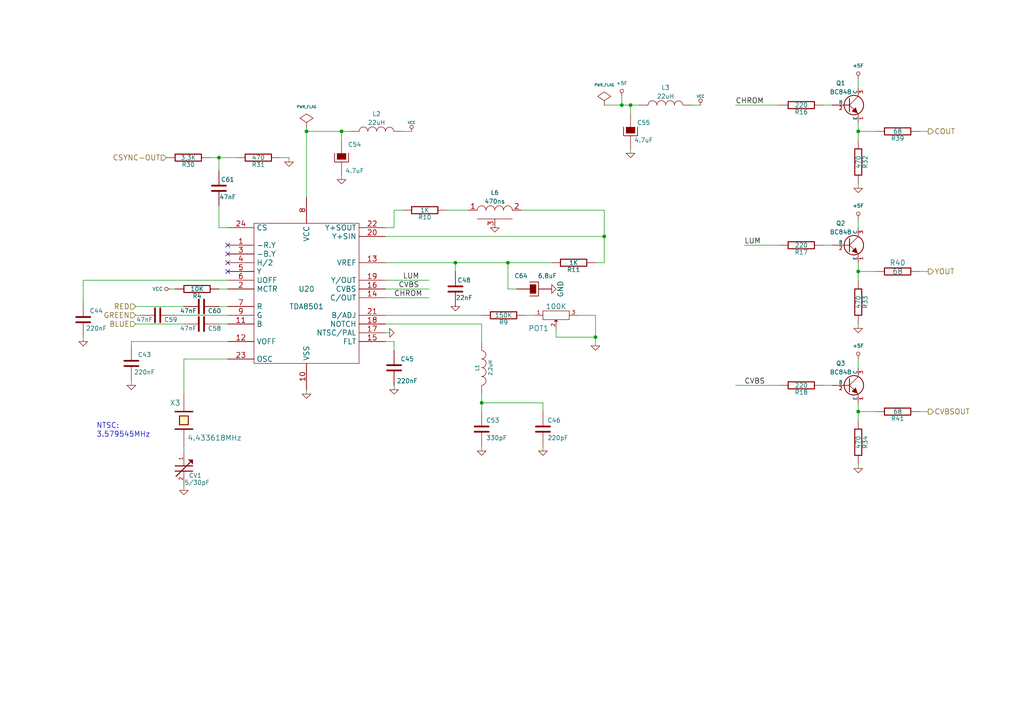
<source format=kicad_sch>
(kicad_sch (version 20200512) (host eeschema "(5.99.0-1722-g89c46e683-dirty)")
  (page 1 8)
  (paper "A4")
  (title_block (title "Video") (date "Sun 22 Mar 2015") (rev "2.0B") (company "Kicad EDA"))
  (lib_symbols
    (symbol "video_schlib:+5F" (power) (pin_names (offset 0))
      (property "Value" "+5F" (at 0 2.54 0))
      (symbol "+5F_0_1"
        (circle (center 0 1.524) (radius 0.508))
        (polyline (pts (xy 0 0) (xy 0 1.016) (xy 0 1.016)))
      )
      (symbol "+5F_0_0"
        (pin power_in line (at 0 0 90) (length 0) (name "+5F") (number "1") hide)
      )
    )
    (symbol "video_schlib:C" (pin_numbers hide) (pin_names (offset 0.254))
      (property "Reference" "C" (at 0 2.54 0))
      (property "Value" "C" (at 0.1524 -2.159 0))
      (symbol "C_0_1"
        (polyline (pts (xy -2.032 -0.762) (xy 2.032 -0.762)) (stroke (width 0.508)))
        (polyline (pts (xy -2.032 0.762) (xy 2.032 0.762)) (stroke (width 0.508)))
      )
      (symbol "C_1_1"
        (pin passive line (at 0 5.08 270) (length 4.318) (name "~") (number "1"))
        (pin passive line (at 0 -5.08 90) (length 4.318) (name "~") (number "2"))
      )
    )
    (symbol "video_schlib:CP" (pin_numbers hide) (pin_names (offset 0.254) hide)
      (property "Reference" "C" (at 1.27 2.54 0))
      (property "Value" "CP" (at 1.27 -2.54 0))
      (symbol "CP_0_1"
        (polyline (pts (xy -2.032 1.27) (xy -2.032 -1.27) (xy 2.032 -1.27) (xy 2.032 1.27)) (stroke (width 0.2032)))
        (polyline (pts (xy -1.27 1.27) (xy -1.27 -0.508) (xy 1.27 -0.508) (xy 1.27 1.27)) (fill (type outline)))
      )
      (symbol "CP_1_1"
        (pin passive line (at 0 5.08 270) (length 3.81) (name "~") (number "1"))
        (pin passive line (at 0 -5.08 90) (length 3.81) (name "~") (number "2"))
      )
    )
    (symbol "video_schlib:CRYSTAL" (pin_numbers hide) (pin_names hide)
      (property "Reference" "X" (at 0 3.81 0))
      (property "Value" "CRYSTAL" (at 0 -3.81 0))
      (symbol "CRYSTAL_0_1"
        (polyline (pts (xy -2.54 2.54) (xy -2.54 -2.54)) (stroke (width 0.4064)))
        (polyline (pts (xy 2.54 2.54) (xy 2.54 -2.54)) (stroke (width 0.4064)))
        (polyline (pts (xy -1.27 1.27) (xy 1.27 1.27) (xy 1.27 -1.27) (xy -1.27 -1.27) (xy -1.27 1.27)) (stroke (width 0.3048)) (fill (type background)))
      )
      (symbol "CRYSTAL_1_1"
        (pin passive line (at -7.62 0 0) (length 5.08) (name "1") (number "1"))
        (pin passive line (at 7.62 0 180) (length 5.08) (name "2") (number "2"))
      )
    )
    (symbol "video_schlib:CTRIM" (pin_names (offset 0.254))
      (property "Reference" "C" (at 3.302 -2.032 0))
      (property "Value" "CTRIM" (at 3.81 -4.064 0))
      (symbol "CTRIM_0_1"
        (polyline (pts (xy -2.54 -0.762) (xy 2.54 -0.762)) (stroke (width 0.3048)))
        (polyline (pts (xy -2.54 0.762) (xy 2.54 0.762)) (stroke (width 0.3048)))
        (polyline (pts (xy -2.286 -2.286) (xy 1.905 1.905)) (stroke (width 0.3048)))
        (polyline (pts (xy 1.27 2.54) (xy 2.54 2.54) (xy 2.54 1.27)) (fill (type outline)))
      )
      (symbol "CTRIM_1_1"
        (pin passive line (at 0 5.08 270) (length 4.318) (name "~") (number "1"))
        (pin passive line (at 0 -5.08 90) (length 4.318) (name "~") (number "2"))
      )
    )
    (symbol "video_schlib:GND" (power) (pin_names (offset 0))
      (symbol "GND_0_1"
        (polyline (pts (xy -1.27 0) (xy 0 -1.27) (xy 1.27 0) (xy -1.27 0)))
      )
      (symbol "GND_1_1"
        (pin power_in line (at 0 0 90) (length 0) (name "GND") (number "1") hide)
      )
    )
    (symbol "video_schlib:INDUCTOR" (pin_numbers hide) (pin_names hide)
      (property "Reference" "L" (at -1.27 0 90))
      (property "Value" "INDUCTOR" (at 2.54 0 90))
      (symbol "INDUCTOR_0_1"
        (arc (start 0.0254 -5.0546) (end 0.0254 -2.54) (radius (at 0 -3.81) (length 1.27) (angles -88.9 88.9)))
        (arc (start 0.0254 -2.5146) (end 0.0254 0.0508) (radius (at 0 -1.2446) (length 1.2954) (angles -88.9 88.9)))
        (arc (start 0.0254 0.0254) (end 0.0254 2.5908) (radius (at 0 1.2954) (length 1.2954) (angles -88.9 88.9)))
        (arc (start 0.0254 2.5654) (end 0.0254 4.9784) (radius (at 0 3.7592) (length 1.2192) (angles -88.9 88.9)))
      )
      (symbol "INDUCTOR_1_1"
        (pin passive line (at 0 7.62 270) (length 2.54) (name "1") (number "1"))
        (pin passive line (at 0 -7.62 90) (length 2.54) (name "2") (number "2"))
      )
    )
    (symbol "video_schlib:LIGNE_A_RETARD" (pin_names hide)
      (property "Reference" "L" (at 0 2.54 0))
      (property "Value" "LIGNE_A_RETARD" (at 0 -2.54 0))
      (symbol "LIGNE_A_RETARD_0_1"
        (arc (start 0 -2.54) (end 1.27 -3.81) (radius (at 0 -3.81) (length 1.27) (angles 89.9 0.1)))
        (arc (start 1.27 -3.81) (end 0 -5.0546) (radius (at 0 -3.81) (length 1.27) (angles -0.1 -89.9)))
        (arc (start 0 0) (end 1.27 -1.27) (radius (at 0 -1.27) (length 1.27) (angles 89.9 0.1)))
        (arc (start 1.27 -1.27) (end 0 -2.5146) (radius (at 0 -1.27) (length 1.27) (angles -0.1 -89.9)))
        (arc (start 0 2.54) (end 1.27 1.27) (radius (at 0 1.27) (length 1.27) (angles 89.9 0.1)))
        (arc (start 1.27 1.27) (end 0 0.0254) (radius (at 0 1.27) (length 1.27) (angles -0.1 -89.9)))
        (arc (start 0 5.08) (end 1.27 3.81) (radius (at 0 3.81) (length 1.27) (angles 89.9 0.1)))
        (arc (start 1.27 3.81) (end 0 2.5654) (radius (at 0 3.81) (length 1.27) (angles -0.1 -89.9)))
        (polyline (pts (xy -2.54 5.08) (xy -2.54 -5.08)))
      )
      (symbol "LIGNE_A_RETARD_1_1"
        (pin passive line (at 0 7.62 270) (length 2.54) (name "1") (number "1"))
        (pin passive line (at 0 -7.62 90) (length 2.54) (name "2") (number "2"))
        (pin input line (at -5.08 0 0) (length 2.54) (name "COMMUN") (number "3"))
      )
    )
    (symbol "video_schlib:NPN" (pin_names (offset 0))
      (property "Reference" "Q" (at 0 -3.81 0))
      (property "Value" "NPN" (at 0 3.81 0))
      (symbol "NPN_0_1"
        (circle (center 1.27 0) (radius 2.8194) (stroke (width 0.254)))
        (polyline (pts (xy 0 0) (xy 2.54 2.54)))
        (polyline (pts (xy 0 1.905) (xy 0 -1.905) (xy 0 -1.905)) (stroke (width 0.254)))
        (polyline (pts (xy 1.27 -1.27) (xy 0 0) (xy 0 0)))
        (polyline (pts (xy 2.286 -2.286) (xy 2.54 -2.54) (xy 2.54 -2.54)))
        (polyline (pts (xy 2.286 -2.286) (xy 1.778 -0.762) (xy 0.762 -1.778) (xy 2.286 -2.286) (xy 2.286 -2.286)) (fill (type outline)))
      )
      (symbol "NPN_1_1"
        (pin passive line (at 2.54 -5.08 90) (length 2.54) (name "E") (number "1"))
        (pin input line (at -5.08 0 0) (length 5.08) (name "B") (number "2"))
        (pin passive line (at 2.54 5.08 270) (length 2.54) (name "C") (number "3"))
      )
    )
    (symbol "video_schlib:POT" (pin_names hide)
      (property "Reference" "RV" (at 0 -2.54 0))
      (property "Value" "POT" (at 0 0 0))
      (symbol "POT_0_1"
        (rectangle (start -3.81 1.27) (end 3.81 -1.27))
        (polyline (pts (xy 0 1.27) (xy -0.508 1.778) (xy 0.508 1.778)) (fill (type outline)))
      )
      (symbol "POT_1_1"
        (pin passive line (at -6.35 0 0) (length 2.54) (name "1") (number "1"))
        (pin passive line (at 0 3.81 270) (length 2.032) (name "2") (number "2"))
        (pin passive line (at 6.35 0 180) (length 2.54) (name "3") (number "3"))
      )
    )
    (symbol "video_schlib:PWR_FLAG" (power) (pin_numbers hide) (pin_names (offset 0) hide)
      (property "Value" "PWR_FLAG" (at 0 4.572 0))
      (symbol "PWR_FLAG_0_1"
        (polyline (pts (xy 0 0) (xy 0 1.27) (xy -1.905 2.54) (xy 0 3.81) (xy 1.905 2.54) (xy 0 1.27)))
      )
      (symbol "PWR_FLAG_0_0"
        (pin power_out line (at 0 0 90) (length 0) (name "pwr") (number "1"))
      )
    )
    (symbol "video_schlib:R" (pin_numbers hide) (pin_names (offset 0))
      (property "Reference" "R" (at 2.032 0 90))
      (property "Value" "R" (at 0.1778 0.0254 90))
      (symbol "R_0_1"
        (rectangle (start -1.016 3.81) (end 1.016 -3.81) (stroke (width 0.3048)))
      )
      (symbol "R_1_1"
        (pin passive line (at 0 6.35 270) (length 2.54) (name "~") (number "1"))
        (pin passive line (at 0 -6.35 90) (length 2.54) (name "~") (number "2"))
      )
    )
    (symbol "video_schlib:TDA8501" (pin_names (offset 0.762))
      (property "Reference" "U" (at 8.89 24.13 0))
      (property "Value" "TDA8501" (at 8.89 -21.59 0))
      (symbol "TDA8501_0_1"
        (rectangle (start -15.24 21.59) (end 15.24 -19.05))
      )
      (symbol "TDA8501_1_1"
        (pin input line (at -22.86 15.24 0) (length 7.62) (name "-R.Y") (number "1"))
        (pin input line (at 0 -26.67 90) (length 7.62) (name "VSS") (number "10"))
        (pin input line (at -22.86 -7.62 0) (length 7.62) (name "B") (number "11"))
        (pin output line (at -22.86 -12.7 0) (length 7.62) (name "VOFF") (number "12"))
        (pin output line (at 22.86 10.16 180) (length 7.62) (name "VREF") (number "13"))
        (pin output line (at 22.86 0 180) (length 7.62) (name "C/OUT") (number "14"))
        (pin passive line (at 22.86 -12.7 180) (length 7.62) (name "FLT") (number "15"))
        (pin output line (at 22.86 2.54 180) (length 7.62) (name "CVBS") (number "16"))
        (pin input line (at 22.86 -10.16 180) (length 7.62) (name "NTSC/PAL") (number "17"))
        (pin input line (at 22.86 -7.62 180) (length 7.62) (name "NOTCH") (number "18"))
        (pin output line (at 22.86 5.08 180) (length 7.62) (name "Y/OUT") (number "19"))
        (pin input line (at -22.86 2.54 0) (length 7.62) (name "MCTR") (number "2"))
        (pin input line (at 22.86 17.78 180) (length 7.62) (name "Y+SIN") (number "20"))
        (pin passive line (at 22.86 -5.08 180) (length 7.62) (name "B/ADJ") (number "21"))
        (pin output line (at 22.86 20.32 180) (length 7.62) (name "Y+SOUT") (number "22"))
        (pin output line (at -22.86 -17.78 0) (length 7.62) (name "OSC") (number "23"))
        (pin input line (at -22.86 20.32 0) (length 7.62) (name "CS") (number "24"))
        (pin input line (at -22.86 12.7 0) (length 7.62) (name "-B.Y") (number "3"))
        (pin bidirectional line (at -22.86 10.16 0) (length 7.62) (name "H/2") (number "4"))
        (pin input line (at -22.86 7.62 0) (length 7.62) (name "Y") (number "5"))
        (pin output line (at -22.86 5.08 0) (length 7.62) (name "UOFF") (number "6"))
        (pin input line (at -22.86 -2.54 0) (length 7.62) (name "R") (number "7"))
        (pin input line (at 0 29.21 270) (length 7.62) (name "VCC") (number "8"))
        (pin input line (at -22.86 -5.08 0) (length 7.62) (name "G") (number "9"))
      )
    )
    (symbol "video_schlib:VCC" (power) (pin_names (offset 0))
      (property "Value" "VCC" (at 0 2.54 0))
      (symbol "VCC_0_1"
        (circle (center 0 1.27) (radius 0.508))
        (polyline (pts (xy 0 0) (xy 0 0.762) (xy 0 0.762)))
      )
      (symbol "VCC_0_0"
        (pin power_in line (at 0 0 90) (length 0) (name "VCC") (number "1") hide)
      )
    )
  )
  (junction (at 63.5 45.72))
  (junction (at 88.9 38.1))
  (junction (at 99.06 38.1))
  (junction (at 132.08 76.2))
  (junction (at 139.7 116.84))
  (junction (at 147.32 76.2))
  (junction (at 172.72 97.79))
  (junction (at 175.26 68.58))
  (junction (at 180.34 30.48))
  (junction (at 182.88 30.48))
  (junction (at 248.92 38.1))
  (junction (at 248.92 78.74))
  (junction (at 248.92 119.38))
  (no_connect (at 66.04 73.66))
  (no_connect (at 66.04 76.2))
  (no_connect (at 66.04 71.12))
  (no_connect (at 66.04 78.74))
  (wire (pts (xy 24.13 81.28) (xy 24.13 87.63)))
  (wire (pts (xy 24.13 99.06) (xy 24.13 97.79)))
  (wire (pts (xy 38.1 99.06) (xy 66.04 99.06)))
  (wire (pts (xy 38.1 100.33) (xy 38.1 99.06)))
  (wire (pts (xy 38.1 111.76) (xy 38.1 110.49)))
  (wire (pts (xy 40.64 91.44) (xy 39.37 91.44)))
  (wire (pts (xy 49.53 83.82) (xy 50.8 83.82)))
  (wire (pts (xy 53.34 88.9) (xy 39.37 88.9)))
  (wire (pts (xy 53.34 93.98) (xy 39.37 93.98)))
  (wire (pts (xy 53.34 104.14) (xy 53.34 114.3)))
  (wire (pts (xy 53.34 130.81) (xy 53.34 129.54)))
  (wire (pts (xy 53.34 142.24) (xy 53.34 140.97)))
  (wire (pts (xy 60.96 45.72) (xy 63.5 45.72)))
  (wire (pts (xy 63.5 45.72) (xy 63.5 49.53)))
  (wire (pts (xy 63.5 45.72) (xy 68.58 45.72)))
  (wire (pts (xy 63.5 59.69) (xy 63.5 66.04)))
  (wire (pts (xy 63.5 66.04) (xy 66.04 66.04)))
  (wire (pts (xy 63.5 83.82) (xy 66.04 83.82)))
  (wire (pts (xy 66.04 81.28) (xy 24.13 81.28)))
  (wire (pts (xy 66.04 88.9) (xy 63.5 88.9)))
  (wire (pts (xy 66.04 91.44) (xy 50.8 91.44)))
  (wire (pts (xy 66.04 93.98) (xy 63.5 93.98)))
  (wire (pts (xy 66.04 104.14) (xy 53.34 104.14)))
  (wire (pts (xy 83.82 45.72) (xy 81.28 45.72)))
  (wire (pts (xy 83.82 46.99) (xy 83.82 45.72)))
  (wire (pts (xy 88.9 36.83) (xy 88.9 38.1)))
  (wire (pts (xy 88.9 38.1) (xy 88.9 57.15)))
  (wire (pts (xy 88.9 38.1) (xy 99.06 38.1)))
  (wire (pts (xy 88.9 114.3) (xy 88.9 113.03)))
  (wire (pts (xy 99.06 38.1) (xy 99.06 40.64)))
  (wire (pts (xy 99.06 38.1) (xy 101.6 38.1)))
  (wire (pts (xy 99.06 52.07) (xy 99.06 50.8)))
  (wire (pts (xy 111.76 68.58) (xy 175.26 68.58)))
  (wire (pts (xy 111.76 76.2) (xy 132.08 76.2)))
  (wire (pts (xy 111.76 81.28) (xy 124.46 81.28)))
  (wire (pts (xy 111.76 83.82) (xy 124.46 83.82)))
  (wire (pts (xy 111.76 86.36) (xy 124.46 86.36)))
  (wire (pts (xy 111.76 91.44) (xy 139.7 91.44)))
  (wire (pts (xy 111.76 93.98) (xy 139.7 93.98)))
  (wire (pts (xy 111.76 99.06) (xy 114.3 99.06)))
  (wire (pts (xy 113.03 96.52) (xy 111.76 96.52)))
  (wire (pts (xy 114.3 60.96) (xy 114.3 66.04)))
  (wire (pts (xy 114.3 66.04) (xy 111.76 66.04)))
  (wire (pts (xy 114.3 99.06) (xy 114.3 101.6)))
  (wire (pts (xy 114.3 113.03) (xy 114.3 111.76)))
  (wire (pts (xy 116.84 38.1) (xy 119.38 38.1)))
  (wire (pts (xy 116.84 60.96) (xy 114.3 60.96)))
  (wire (pts (xy 129.54 60.96) (xy 135.89 60.96)))
  (wire (pts (xy 132.08 76.2) (xy 132.08 78.74)))
  (wire (pts (xy 132.08 76.2) (xy 147.32 76.2)))
  (wire (pts (xy 139.7 93.98) (xy 139.7 99.06)))
  (wire (pts (xy 139.7 114.3) (xy 139.7 116.84)))
  (wire (pts (xy 139.7 116.84) (xy 139.7 119.38)))
  (wire (pts (xy 139.7 130.81) (xy 139.7 129.54)))
  (wire (pts (xy 147.32 76.2) (xy 147.32 83.82)))
  (wire (pts (xy 147.32 76.2) (xy 160.02 76.2)))
  (wire (pts (xy 147.32 83.82) (xy 149.86 83.82)))
  (wire (pts (xy 151.13 60.96) (xy 175.26 60.96)))
  (wire (pts (xy 152.4 91.44) (xy 154.94 91.44)))
  (wire (pts (xy 157.48 116.84) (xy 139.7 116.84)))
  (wire (pts (xy 157.48 119.38) (xy 157.48 116.84)))
  (wire (pts (xy 157.48 129.54) (xy 157.48 130.81)))
  (wire (pts (xy 161.29 95.25) (xy 161.29 97.79)))
  (wire (pts (xy 161.29 97.79) (xy 172.72 97.79)))
  (wire (pts (xy 172.72 91.44) (xy 167.64 91.44)))
  (wire (pts (xy 172.72 97.79) (xy 172.72 91.44)))
  (wire (pts (xy 172.72 100.33) (xy 172.72 97.79)))
  (wire (pts (xy 175.26 30.48) (xy 180.34 30.48)))
  (wire (pts (xy 175.26 60.96) (xy 175.26 68.58)))
  (wire (pts (xy 175.26 68.58) (xy 175.26 76.2)))
  (wire (pts (xy 175.26 76.2) (xy 172.72 76.2)))
  (wire (pts (xy 180.34 30.48) (xy 180.34 27.94)))
  (wire (pts (xy 180.34 30.48) (xy 182.88 30.48)))
  (wire (pts (xy 182.88 30.48) (xy 182.88 33.02)))
  (wire (pts (xy 182.88 30.48) (xy 185.42 30.48)))
  (wire (pts (xy 182.88 44.45) (xy 182.88 43.18)))
  (wire (pts (xy 200.66 30.48) (xy 203.2 30.48)))
  (wire (pts (xy 213.36 30.48) (xy 226.06 30.48)))
  (wire (pts (xy 213.36 111.76) (xy 226.06 111.76)))
  (wire (pts (xy 215.9 71.12) (xy 226.06 71.12)))
  (wire (pts (xy 238.76 30.48) (xy 241.3 30.48)))
  (wire (pts (xy 238.76 71.12) (xy 241.3 71.12)))
  (wire (pts (xy 238.76 111.76) (xy 241.3 111.76)))
  (wire (pts (xy 248.92 22.86) (xy 248.92 25.4)))
  (wire (pts (xy 248.92 35.56) (xy 248.92 38.1)))
  (wire (pts (xy 248.92 38.1) (xy 248.92 40.64)))
  (wire (pts (xy 248.92 38.1) (xy 254 38.1)))
  (wire (pts (xy 248.92 54.61) (xy 248.92 53.34)))
  (wire (pts (xy 248.92 63.5) (xy 248.92 66.04)))
  (wire (pts (xy 248.92 76.2) (xy 248.92 78.74)))
  (wire (pts (xy 248.92 78.74) (xy 248.92 81.28)))
  (wire (pts (xy 248.92 78.74) (xy 254 78.74)))
  (wire (pts (xy 248.92 95.25) (xy 248.92 93.98)))
  (wire (pts (xy 248.92 104.14) (xy 248.92 106.68)))
  (wire (pts (xy 248.92 116.84) (xy 248.92 119.38)))
  (wire (pts (xy 248.92 119.38) (xy 248.92 121.92)))
  (wire (pts (xy 248.92 119.38) (xy 254 119.38)))
  (wire (pts (xy 248.92 135.89) (xy 248.92 134.62)))
  (wire (pts (xy 266.7 78.74) (xy 269.24 78.74)))
  (wire (pts (xy 266.7 119.38) (xy 269.24 119.38)))
  (wire (pts (xy 269.24 38.1) (xy 266.7 38.1)))
  (text "NTSC:" (at 27.94 124.46 0) (effects (font (size 1.524 1.524)) (justify left bottom)))
  (text "3.579545MHz" (at 27.94 127 0) (effects (font (size 1.524 1.524)) (justify left bottom)))
  (label "CHROM" (at 114.3 86.36 0) (effects (font (size 1.524 1.524))))
  (label "CVBS" (at 115.57 83.82 0) (effects (font (size 1.524 1.524))))
  (label "LUM" (at 116.84 81.28 0) (effects (font (size 1.524 1.524))))
  (label "CHROM" (at 213.36 30.48 0) (effects (font (size 1.524 1.524))))
  (label "LUM" (at 215.9 71.12 0) (effects (font (size 1.524 1.524))))
  (label "CVBS" (at 215.9 111.76 0) (effects (font (size 1.524 1.524))))
  (hierarchical_label "RED" (shape input) (at 39.37 88.9 180) (effects (font (size 1.524 1.524))))
  (hierarchical_label "GREEN" (shape input) (at 39.37 91.44 180) (effects (font (size 1.524 1.524))))
  (hierarchical_label "BLUE" (shape input) (at 39.37 93.98 180) (effects (font (size 1.524 1.524))))
  (hierarchical_label "CSYNC-OUT" (shape input) (at 48.26 45.72 180) (effects (font (size 1.524 1.524))))
  (hierarchical_label "COUT" (shape output) (at 269.24 38.1 0) (effects (font (size 1.524 1.524))))
  (hierarchical_label "YOUT" (shape output) (at 269.24 78.74 0) (effects (font (size 1.524 1.524))))
  (hierarchical_label "CVBSOUT" (shape output) (at 269.24 119.38 0) (effects (font (size 1.524 1.524))))
  (symbol (lib_id "video_schlib:VCC") (at 49.53 83.82 90) (unit 1)
    (property "Reference" "#PWR011" (effects hide))
    (property "Value" "VCC" (at 45.72 83.82 90) (effects (font (size 1.016 1.016))))
  )
  (symbol (lib_id "video_schlib:VCC") (at 119.38 38.1 0) (unit 1)
    (property "Reference" "#VCC028" (effects hide))
    (property "Value" "VCC" (at 119.38 35.56 0) (effects (font (size 0.762 0.762))))
  )
  (symbol (lib_id "video_schlib:VCC") (at 203.2 30.48 0) (unit 1)
    (property "Reference" "#VCC033" (effects hide))
    (property "Value" "VCC" (at 203.2 27.94 0) (effects (font (size 0.762 0.762))))
  )
  (symbol (lib_id "video_schlib:+5F") (at 180.34 27.94 0) (unit 1)
    (property "Reference" "#+030" (effects hide))
    (property "Value" "+5F" (at 180.34 24.13 0) (effects (font (size 1.016 1.016))))
  )
  (symbol (lib_id "video_schlib:+5F") (at 248.92 22.86 0) (unit 1)
    (property "Reference" "#+029" (effects hide))
    (property "Value" "+5F" (at 248.92 19.05 0) (effects (font (size 1.016 1.016))))
  )
  (symbol (lib_id "video_schlib:+5F") (at 248.92 63.5 0) (unit 1)
    (property "Reference" "#+031" (effects hide))
    (property "Value" "+5F" (at 248.92 59.69 0) (effects (font (size 1.016 1.016))))
  )
  (symbol (lib_id "video_schlib:+5F") (at 248.92 104.14 0) (unit 1)
    (property "Reference" "#+032" (effects hide))
    (property "Value" "+5F" (at 248.92 100.33 0) (effects (font (size 1.016 1.016))))
  )
  (symbol (lib_id "video_schlib:GND") (at 24.13 99.06 0) (unit 1)
    (property "Reference" "#GND015" (effects hide))
    (property "Value" "GND" (effects hide))
  )
  (symbol (lib_id "video_schlib:GND") (at 38.1 111.76 0) (unit 1)
    (property "Reference" "#GND014" (effects hide))
    (property "Value" "GND" (effects hide))
  )
  (symbol (lib_id "video_schlib:GND") (at 53.34 142.24 0) (unit 1)
    (property "Reference" "#GND016" (effects hide))
    (property "Value" "GND" (effects hide))
  )
  (symbol (lib_id "video_schlib:GND") (at 83.82 46.99 0) (unit 1)
    (property "Reference" "#GND020" (effects hide))
    (property "Value" "GND" (effects hide))
  )
  (symbol (lib_id "video_schlib:GND") (at 88.9 114.3 0) (unit 1)
    (property "Reference" "#GND012" (effects hide))
    (property "Value" "GND" (effects hide))
  )
  (symbol (lib_id "video_schlib:GND") (at 99.06 52.07 0) (unit 1)
    (property "Reference" "#GND013" (effects hide))
    (property "Value" "GND" (effects hide))
  )
  (symbol (lib_id "video_schlib:GND") (at 113.03 96.52 90) (unit 1)
    (property "Reference" "#PWR010" (effects hide))
    (property "Value" "GND" (effects hide))
  )
  (symbol (lib_id "video_schlib:GND") (at 114.3 113.03 0) (unit 1)
    (property "Reference" "#GND019" (effects hide))
    (property "Value" "GND" (effects hide))
  )
  (symbol (lib_id "video_schlib:GND") (at 132.08 88.9 0) (unit 1)
    (property "Reference" "#GND018" (effects hide))
    (property "Value" "GND" (effects hide))
  )
  (symbol (lib_id "video_schlib:GND") (at 139.7 130.81 0) (unit 1)
    (property "Reference" "#GND021" (effects hide))
    (property "Value" "GND" (effects hide))
  )
  (symbol (lib_id "video_schlib:GND") (at 143.51 66.04 0) (unit 1)
    (property "Reference" "#PWR09" (effects hide))
    (property "Value" "GND" (effects hide))
  )
  (symbol (lib_id "video_schlib:GND") (at 157.48 130.81 0) (unit 1)
    (property "Reference" "#GND022" (effects hide))
    (property "Value" "GND" (effects hide))
  )
  (symbol (lib_id "video_schlib:GND") (at 160.02 83.82 90) (unit 1)
    (property "Reference" "#GND017" (effects hide))
    (property "Value" "GND" (at 162.56 83.82 0) (effects (font (size 1.524 1.524))))
  )
  (symbol (lib_id "video_schlib:GND") (at 172.72 100.33 0) (unit 1)
    (property "Reference" "#GND027" (effects hide))
    (property "Value" "GND" (effects hide))
  )
  (symbol (lib_id "video_schlib:GND") (at 182.88 44.45 0) (unit 1)
    (property "Reference" "#GND024" (effects hide))
    (property "Value" "GND" (effects hide))
  )
  (symbol (lib_id "video_schlib:GND") (at 248.92 54.61 0) (unit 1)
    (property "Reference" "#GND023" (effects hide))
    (property "Value" "GND" (effects hide))
  )
  (symbol (lib_id "video_schlib:GND") (at 248.92 95.25 0) (unit 1)
    (property "Reference" "#GND025" (effects hide))
    (property "Value" "GND" (effects hide))
  )
  (symbol (lib_id "video_schlib:GND") (at 248.92 135.89 0) (unit 1)
    (property "Reference" "#GND026" (effects hide))
    (property "Value" "GND" (effects hide))
  )
  (symbol (lib_id "video_schlib:PWR_FLAG") (at 88.9 36.83 0) (unit 1)
    (property "Reference" "#FLG07" (effects hide))
    (property "Value" "PWR_FLAG" (at 88.9 30.988 0) (effects (font (size 0.762 0.762))))
  )
  (symbol (lib_id "video_schlib:PWR_FLAG") (at 175.26 30.48 0) (unit 1)
    (property "Reference" "#FLG08" (effects hide))
    (property "Value" "PWR_FLAG" (at 175.26 24.638 0) (effects (font (size 0.762 0.762))))
  )
  (symbol (lib_id "video_schlib:INDUCTOR") (at 109.22 38.1 270) (mirror x) (unit 1)
    (property "Reference" "L2" (at 109.22 33.02 90))
    (property "Value" "22uH" (at 109.22 35.56 90))
    (property "Footprint" "Resistor_SMD:R_1812_4532Metric_Pad1.24x3.50mm_HandSolder" (effects hide))
  )
  (symbol (lib_id "video_schlib:INDUCTOR") (at 139.7 106.68 0) (unit 1)
    (property "Reference" "L1" (at 138.43 106.68 90) (effects (font (size 1.016 1.016))))
    (property "Value" "2,2uH" (at 142.24 106.68 90) (effects (font (size 1.016 1.016))))
    (property "Footprint" "Resistor_SMD:R_1812_4532Metric_Pad1.24x3.50mm_HandSolder" (effects hide))
  )
  (symbol (lib_id "video_schlib:INDUCTOR") (at 193.04 30.48 270) (mirror x) (unit 1)
    (property "Reference" "L3" (at 193.04 25.4 90))
    (property "Value" "22uH" (at 193.04 27.94 90))
    (property "Footprint" "Resistor_SMD:R_1812_4532Metric_Pad1.24x3.50mm_HandSolder" (effects hide))
  )
  (symbol (lib_id "video_schlib:R") (at 54.61 45.72 270) (unit 1)
    (property "Reference" "R30" (at 54.61 47.752 90))
    (property "Value" "3,3K" (at 54.61 45.72 90))
    (property "Footprint" "Resistor_SMD:R_1206_3216Metric_Pad1.24x1.80mm_HandSolder" (effects hide))
  )
  (symbol (lib_id "video_schlib:R") (at 57.15 83.82 270) (unit 1)
    (property "Reference" "R4" (at 57.15 85.852 90))
    (property "Value" "10K" (at 57.15 83.82 90))
    (property "Footprint" "Resistor_SMD:R_1206_3216Metric_Pad1.24x1.80mm_HandSolder" (effects hide))
  )
  (symbol (lib_id "video_schlib:R") (at 74.93 45.72 270) (unit 1)
    (property "Reference" "R31" (at 74.93 47.752 90))
    (property "Value" "470" (at 74.93 45.72 90))
    (property "Footprint" "Resistor_SMD:R_1206_3216Metric_Pad1.24x1.80mm_HandSolder" (effects hide))
  )
  (symbol (lib_id "video_schlib:R") (at 123.19 60.96 270) (unit 1)
    (property "Reference" "R10" (at 123.19 62.992 90))
    (property "Value" "1K" (at 123.19 60.96 90))
    (property "Footprint" "Resistor_SMD:R_1206_3216Metric_Pad1.24x1.80mm_HandSolder" (effects hide))
  )
  (symbol (lib_id "video_schlib:R") (at 146.05 91.44 270) (unit 1)
    (property "Reference" "R9" (at 146.05 93.472 90))
    (property "Value" "150K" (at 146.05 91.44 90))
    (property "Footprint" "Resistor_SMD:R_1206_3216Metric_Pad1.24x1.80mm_HandSolder" (effects hide))
  )
  (symbol (lib_id "video_schlib:R") (at 166.37 76.2 270) (unit 1)
    (property "Reference" "R11" (at 166.37 78.232 90))
    (property "Value" "1K" (at 166.37 76.2 90))
    (property "Footprint" "Resistor_SMD:R_1206_3216Metric_Pad1.24x1.80mm_HandSolder" (effects hide))
  )
  (symbol (lib_id "video_schlib:R") (at 232.41 30.48 270) (unit 1)
    (property "Reference" "R16" (at 232.41 32.512 90))
    (property "Value" "220" (at 232.41 30.48 90))
    (property "Footprint" "Resistor_SMD:R_1206_3216Metric_Pad1.24x1.80mm_HandSolder" (effects hide))
  )
  (symbol (lib_id "video_schlib:R") (at 232.41 71.12 270) (unit 1)
    (property "Reference" "R17" (at 232.41 73.152 90))
    (property "Value" "220" (at 232.41 71.12 90))
    (property "Footprint" "Resistor_SMD:R_1206_3216Metric_Pad1.24x1.80mm_HandSolder" (effects hide))
  )
  (symbol (lib_id "video_schlib:R") (at 232.41 111.76 270) (unit 1)
    (property "Reference" "R18" (at 232.41 113.792 90))
    (property "Value" "220" (at 232.41 111.76 90))
    (property "Footprint" "Resistor_SMD:R_1206_3216Metric_Pad1.24x1.80mm_HandSolder" (effects hide))
  )
  (symbol (lib_id "video_schlib:R") (at 248.92 46.99 0) (unit 1)
    (property "Reference" "R32" (at 250.952 46.99 90))
    (property "Value" "470" (at 248.92 46.99 90))
    (property "Footprint" "Resistor_SMD:R_1206_3216Metric_Pad1.24x1.80mm_HandSolder" (effects hide))
  )
  (symbol (lib_id "video_schlib:R") (at 248.92 87.63 0) (unit 1)
    (property "Reference" "R33" (at 250.952 87.63 90))
    (property "Value" "470" (at 248.92 87.63 90))
    (property "Footprint" "Resistor_SMD:R_1206_3216Metric_Pad1.24x1.80mm_HandSolder" (effects hide))
  )
  (symbol (lib_id "video_schlib:R") (at 248.92 128.27 0) (unit 1)
    (property "Reference" "R34" (at 250.952 128.27 90))
    (property "Value" "470" (at 248.92 128.27 90))
    (property "Footprint" "Resistor_SMD:R_1206_3216Metric_Pad1.24x1.80mm_HandSolder" (effects hide))
  )
  (symbol (lib_id "video_schlib:R") (at 260.35 38.1 270) (unit 1)
    (property "Reference" "R39" (at 260.35 40.132 90))
    (property "Value" "68" (at 260.35 38.1 90))
    (property "Footprint" "Resistor_SMD:R_1206_3216Metric_Pad1.24x1.80mm_HandSolder" (effects hide))
  )
  (symbol (lib_id "video_schlib:R") (at 260.35 78.74 90) (unit 1)
    (property "Reference" "R40" (at 260.35 76.2 90) (effects (font (size 1.524 1.524))))
    (property "Value" "68" (at 260.35 78.74 90) (effects (font (size 1.524 1.524))))
    (property "Footprint" "Resistor_SMD:R_1206_3216Metric_Pad1.24x1.80mm_HandSolder" (effects hide))
  )
  (symbol (lib_id "video_schlib:R") (at 260.35 119.38 270) (unit 1)
    (property "Reference" "R41" (at 260.35 121.412 90))
    (property "Value" "68" (at 260.35 119.38 90))
    (property "Footprint" "Resistor_SMD:R_1206_3216Metric_Pad1.24x1.80mm_HandSolder" (effects hide))
  )
  (symbol (lib_id "video_schlib:CP") (at 99.06 45.72 0) (unit 1)
    (property "Reference" "C54" (at 102.87 41.91 0))
    (property "Value" "4.7uF" (at 102.87 49.53 0))
    (property "Footprint" "Resistor_SMD:R_1206_3216Metric_Pad1.24x1.80mm_HandSolder" (effects hide))
  )
  (symbol (lib_id "video_schlib:CP") (at 154.94 83.82 90) (unit 1)
    (property "Reference" "C64" (at 151.13 80.01 90))
    (property "Value" "6,8uF" (at 158.75 80.01 90))
    (property "Footprint" "Resistor_SMD:R_1210_3225Metric_Pad1.24x2.70mm_HandSolder" (effects hide))
  )
  (symbol (lib_id "video_schlib:CP") (at 182.88 38.1 0) (unit 1)
    (property "Reference" "C55" (at 186.69 35.56 0))
    (property "Value" "4.7uF" (at 186.69 40.64 0))
    (property "Footprint" "Resistor_SMD:R_1210_3225Metric_Pad1.24x2.70mm_HandSolder" (effects hide))
  )
  (symbol (lib_id "video_schlib:C") (at 24.13 92.71 0) (unit 1)
    (property "Reference" "C44" (at 27.94 90.17 0))
    (property "Value" "220nF" (at 27.94 95.25 0))
    (property "Footprint" "Resistor_SMD:R_1206_3216Metric_Pad1.24x1.80mm_HandSolder" (effects hide))
  )
  (symbol (lib_id "video_schlib:C") (at 38.1 105.41 0) (unit 1)
    (property "Reference" "C43" (at 41.91 102.87 0))
    (property "Value" "220nF" (at 41.91 107.95 0))
    (property "Footprint" "Resistor_SMD:R_1206_3216Metric_Pad1.24x1.80mm_HandSolder" (effects hide))
  )
  (symbol (lib_id "video_schlib:C") (at 45.72 91.44 270) (unit 1)
    (property "Reference" "C59" (at 49.53 92.71 90))
    (property "Value" "47nF" (at 41.91 92.71 90))
    (property "Footprint" "Resistor_SMD:R_1206_3216Metric_Pad1.24x1.80mm_HandSolder" (effects hide))
  )
  (symbol (lib_id "video_schlib:C") (at 58.42 88.9 270) (unit 1)
    (property "Reference" "C60" (at 62.23 90.17 90))
    (property "Value" "47nF" (at 54.61 90.17 90))
    (property "Footprint" "Resistor_SMD:R_1206_3216Metric_Pad1.24x1.80mm_HandSolder" (effects hide))
  )
  (symbol (lib_id "video_schlib:C") (at 58.42 93.98 270) (unit 1)
    (property "Reference" "C58" (at 62.23 95.25 90))
    (property "Value" "47nF" (at 54.61 95.25 90))
    (property "Footprint" "Resistor_SMD:R_1206_3216Metric_Pad1.24x1.80mm_HandSolder" (effects hide))
  )
  (symbol (lib_id "video_schlib:C") (at 63.5 54.61 0) (unit 1)
    (property "Reference" "C61" (at 66.04 52.07 0))
    (property "Value" "47nF" (at 66.04 57.15 0))
    (property "Footprint" "Resistor_SMD:R_1206_3216Metric_Pad1.24x1.80mm_HandSolder" (effects hide))
  )
  (symbol (lib_id "video_schlib:C") (at 114.3 106.68 0) (unit 1)
    (property "Reference" "C45" (at 118.11 104.14 0))
    (property "Value" "220nF" (at 118.11 110.49 0))
    (property "Footprint" "Resistor_SMD:R_1206_3216Metric_Pad1.24x1.80mm_HandSolder" (effects hide))
  )
  (symbol (lib_id "video_schlib:C") (at 132.08 83.82 180) (unit 1)
    (property "Reference" "C48" (at 134.62 81.28 0))
    (property "Value" "22nF" (at 134.62 86.36 0))
    (property "Footprint" "Resistor_SMD:R_1206_3216Metric_Pad1.24x1.80mm_HandSolder" (effects hide))
  )
  (symbol (lib_id "video_schlib:C") (at 139.7 124.46 0) (unit 1)
    (property "Reference" "C53" (at 140.97 121.92 0) (effects (justify left)))
    (property "Value" "330pF" (at 140.97 127 0) (effects (justify left)))
    (property "Footprint" "Resistor_SMD:R_1206_3216Metric_Pad1.24x1.80mm_HandSolder" (effects hide))
  )
  (symbol (lib_id "video_schlib:C") (at 157.48 124.46 0) (unit 1)
    (property "Reference" "C46" (at 158.75 121.92 0) (effects (justify left)))
    (property "Value" "220pF" (at 158.75 127 0) (effects (justify left)))
    (property "Footprint" "Resistor_SMD:R_1206_3216Metric_Pad1.24x1.80mm_HandSolder" (effects hide))
  )
  (symbol (lib_id "video_schlib:CTRIM") (at 53.34 135.89 0) (unit 1)
    (property "Reference" "CV1" (at 56.642 137.922 0))
    (property "Value" "5/30pF" (at 57.15 139.954 0))
    (property "Footprint" "Discret:CV3-30PF" (effects hide))
  )
  (symbol (lib_id "video_schlib:POT") (at 161.29 91.44 0) (mirror x) (unit 1)
    (property "Reference" "POT1" (at 156.21 95.25 0) (effects (font (size 1.524 1.524))))
    (property "Value" "100K" (at 161.29 88.9 0) (effects (font (size 1.524 1.524))))
    (property "Footprint" "lib_smd:POT_CMS" (effects hide))
  )
  (symbol (lib_id "video_schlib:CRYSTAL") (at 53.34 121.92 90) (unit 1)
    (property "Reference" "X3" (at 50.8 116.84 90) (effects (font (size 1.524 1.524))))
    (property "Value" "4.433618MHz" (at 62.23 127 90) (effects (font (size 1.524 1.524))))
    (property "Footprint" "Crystal:Crystal_HC18-U_Horizontal" (effects hide))
  )
  (symbol (lib_id "video_schlib:NPN") (at 246.38 30.48 0) (unit 1)
    (property "Reference" "Q1" (at 243.84 24.13 0))
    (property "Value" "BC848" (at 243.84 26.67 0))
    (property "Footprint" "lib_smd:SOT23EBC" (effects hide))
  )
  (symbol (lib_id "video_schlib:NPN") (at 246.38 71.12 0) (unit 1)
    (property "Reference" "Q2" (at 243.84 64.77 0))
    (property "Value" "BC848" (at 243.84 67.31 0))
    (property "Footprint" "lib_smd:SOT23EBC" (effects hide))
  )
  (symbol (lib_id "video_schlib:NPN") (at 246.38 111.76 0) (unit 1)
    (property "Reference" "Q3" (at 243.84 105.41 0))
    (property "Value" "BC848" (at 243.84 107.95 0))
    (property "Footprint" "lib_smd:SOT23EBC" (effects hide))
  )
  (symbol (lib_id "video_schlib:LIGNE_A_RETARD") (at 143.51 60.96 90) (unit 1)
    (property "Reference" "L6" (at 143.51 55.88 90))
    (property "Value" "470ns" (at 143.51 58.42 90))
    (property "Footprint" "footprints:LRTDK" (effects hide))
  )
  (symbol (lib_id "video_schlib:TDA8501") (at 88.9 86.36 0) (unit 1)
    (property "Reference" "U20" (at 88.9 83.82 0) (effects (font (size 1.524 1.524))))
    (property "Value" "TDA8501" (at 88.9 88.9 0) (effects (font (size 1.524 1.524))))
    (property "Footprint" "Package_SO:SOIC-24W_7.5x15.4mm_P1.27mm" (effects hide))
  )
)
</source>
